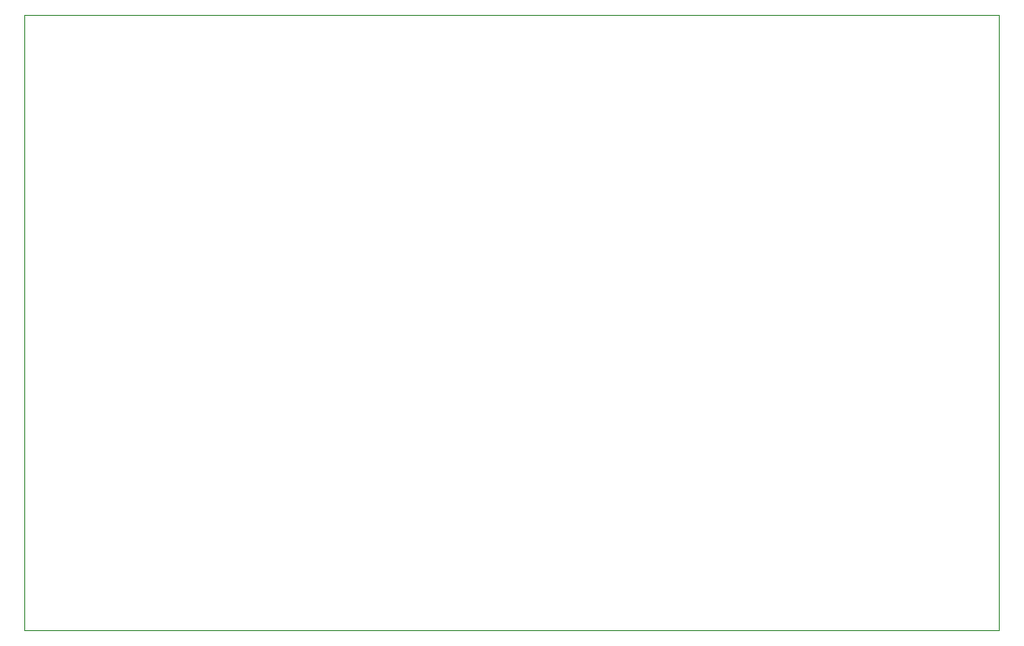
<source format=gbr>
%TF.GenerationSoftware,KiCad,Pcbnew,(5.1.9)-1*%
%TF.CreationDate,2021-01-24T16:56:43+01:00*%
%TF.ProjectId,AS3340,41533333-3430-42e6-9b69-6361645f7063,rev?*%
%TF.SameCoordinates,Original*%
%TF.FileFunction,Profile,NP*%
%FSLAX46Y46*%
G04 Gerber Fmt 4.6, Leading zero omitted, Abs format (unit mm)*
G04 Created by KiCad (PCBNEW (5.1.9)-1) date 2021-01-24 16:56:43*
%MOMM*%
%LPD*%
G01*
G04 APERTURE LIST*
%TA.AperFunction,Profile*%
%ADD10C,0.050000*%
%TD*%
G04 APERTURE END LIST*
D10*
X72898000Y-92710000D02*
X72898000Y-36830000D01*
X161290000Y-92710000D02*
X72898000Y-92710000D01*
X161290000Y-36830000D02*
X161290000Y-92710000D01*
X72898000Y-36830000D02*
X161290000Y-36830000D01*
M02*

</source>
